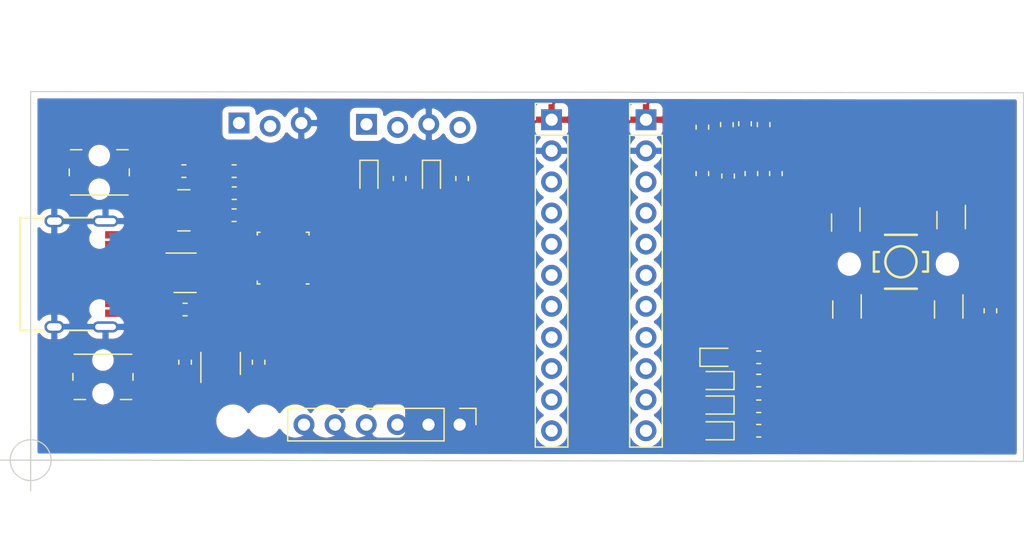
<source format=kicad_pcb>
(kicad_pcb (version 20171130) (host pcbnew "(5.1.4-0-10_14)")
  (title_block (title stm32_dev) (rev 0.1) (company "Roman and Josh"))
  (layers (0 F.Cu signal) (31 B.Cu signal) (34 B.Paste user) (35 F.Paste user) (36 B.SilkS user) (37 F.SilkS user) (38 B.Mask user) (39 F.Mask user) (44 Edge.Cuts user))
  (net 0 "")
  (net 1 VBUS)
  (net 2 GND)
  (net 3 /nRST)
  (net 4 +3V3)
  (net 5 /USR_LED)
  (net 6 "Net-(D1-Pad1)")
  (net 7 "Net-(D2-Pad1)")
  (net 8 "Net-(D3-Pad1)")
  (net 9 "Net-(D4-Pad1)")
  (net 10 "Net-(D5-Pad1)")
  (net 11 "Net-(D6-Pad1)")
  (net 12 "Net-(F1-Pad2)")
  (net 13 /USB+)
  (net 14 "Net-(J1-PadA5)")
  (net 15 /USB-)
  (net 16 "Net-(J1-PadB5)")
  (net 17 /SWDCLK)
  (net 18 /SWDIO)
  (net 19 /UART_TX)
  (net 20 /UART_RX)
  (net 21 /SPARE_5)
  (net 22 /SPARE_4)
  (net 23 /SPARE_3)
  (net 24 /SPARE_2)
  (net 25 /SPARE_1)
  (net 26 /nLED_BLU)
  (net 27 /nLED_RED)
  (net 28 /nLED_GRN)
  (net 29 /nLED_WHT)
  (net 30 /TB_DOWN)
  (net 31 /TB_UP)
  (net 32 /TB_RIGHT)
  (net 33 /TB_LEFT)
  (net 34 /nTB_BUTTON)
  (net 35 /BOOT0)
  (net 36 /USB_DM)
  (net 37 /USB_DP)
  (module Fiducial:Fiducial_0.75mm_Mask1.5mm (layer F.Cu) (at 155.1 114.1)
    (fp_text reference FID3 hide)
    (fp_text value Fiducial_0.75mm_Mask1.5mm)
    (pad "" smd circle (at 0 0) (size 0.75 0.75) (layers F.Cu F.Mask) (clearance 0.375))
  )
  (module Fiducial:Fiducial_0.75mm_Mask1.5mm (layer F.Cu) (at 78.4 87.6)
    (fp_text reference FID2 hide)
    (fp_text value Fiducial_0.75mm_Mask1.5mm)
    (pad "" smd circle (at 0 0) (size 0.75 0.75) (layers F.Cu F.Mask) (clearance 0.375))
  )
  (module Fiducial:Fiducial_0.75mm_Mask1.5mm (layer F.Cu) (at 78.4 114)
    (fp_text reference FID1 hide)
    (fp_text value Fiducial_0.75mm_Mask1.5mm)
    (pad "" smd circle (at 0 0) (size 0.75 0.75) (layers F.Cu F.Mask) (clearance 0.375))
  )
  (module Package_TO_SOT_SMD:SOT-353_SC-70-5 (layer F.Cu) (at 151.3 103.7 270)
    (fp_text reference U7 hide)
    (fp_text value AN48840B)
    (fp_line (start 0.7 -1.16) (end -1.2 -1.16) (layer F.SilkS) (width 0.12))
    (fp_line (start -0.7 1.16) (end 0.7 1.16) (layer F.SilkS) (width 0.12))
    (pad 5 smd rect (at 0.95 -0.65 270) (size 0.65 0.4) (layers F.Cu F.Paste F.Mask) (net 30 /TB_DOWN))
    (pad 4 smd rect (at 0.95 0.65 270) (size 0.65 0.4) (layers F.Cu F.Paste F.Mask) (net 4 +3V3))
    (pad 2 smd rect (at -0.95 0 270) (size 0.65 0.4) (layers F.Cu F.Paste F.Mask) (net 2 GND))
    (pad 3 smd rect (at -0.95 0.65 270) (size 0.65 0.4) (layers F.Cu F.Paste F.Mask))
    (pad 1 smd rect (at -0.95 -0.65 270) (size 0.65 0.4) (layers F.Cu F.Paste F.Mask))
  )
  (module Package_TO_SOT_SMD:SOT-353_SC-70-5 (layer F.Cu) (at 151.5 96.4 270)
    (fp_text reference U6 hide)
    (fp_text value AN48840B)
    (fp_line (start 0.7 -1.16) (end -1.2 -1.16) (layer F.SilkS) (width 0.12))
    (fp_line (start -0.7 1.16) (end 0.7 1.16) (layer F.SilkS) (width 0.12))
    (pad 5 smd rect (at 0.95 -0.65 270) (size 0.65 0.4) (layers F.Cu F.Paste F.Mask) (net 31 /TB_UP))
    (pad 4 smd rect (at 0.95 0.65 270) (size 0.65 0.4) (layers F.Cu F.Paste F.Mask) (net 4 +3V3))
    (pad 2 smd rect (at -0.95 0 270) (size 0.65 0.4) (layers F.Cu F.Paste F.Mask) (net 2 GND))
    (pad 3 smd rect (at -0.95 0.65 270) (size 0.65 0.4) (layers F.Cu F.Paste F.Mask))
    (pad 1 smd rect (at -0.95 -0.65 270) (size 0.65 0.4) (layers F.Cu F.Paste F.Mask))
  )
  (module Package_TO_SOT_SMD:SOT-353_SC-70-5 (layer F.Cu) (at 142.9 96.6 270)
    (fp_text reference U5 hide)
    (fp_text value AN48840B)
    (fp_line (start 0.7 -1.16) (end -1.2 -1.16) (layer F.SilkS) (width 0.12))
    (fp_line (start -0.7 1.16) (end 0.7 1.16) (layer F.SilkS) (width 0.12))
    (pad 5 smd rect (at 0.95 -0.65 270) (size 0.65 0.4) (layers F.Cu F.Paste F.Mask) (net 32 /TB_RIGHT))
    (pad 4 smd rect (at 0.95 0.65 270) (size 0.65 0.4) (layers F.Cu F.Paste F.Mask) (net 4 +3V3))
    (pad 2 smd rect (at -0.95 0 270) (size 0.65 0.4) (layers F.Cu F.Paste F.Mask) (net 2 GND))
    (pad 3 smd rect (at -0.95 0.65 270) (size 0.65 0.4) (layers F.Cu F.Paste F.Mask))
    (pad 1 smd rect (at -0.95 -0.65 270) (size 0.65 0.4) (layers F.Cu F.Paste F.Mask))
  )
  (module Package_TO_SOT_SMD:SOT-353_SC-70-5 (layer F.Cu) (at 143 103.7 270)
    (fp_text reference U4 hide)
    (fp_text value AN48840B)
    (fp_line (start 0.7 -1.16) (end -1.2 -1.16) (layer F.SilkS) (width 0.12))
    (fp_line (start -0.7 1.16) (end 0.7 1.16) (layer F.SilkS) (width 0.12))
    (pad 5 smd rect (at 0.95 -0.65 270) (size 0.65 0.4) (layers F.Cu F.Paste F.Mask) (net 33 /TB_LEFT))
    (pad 4 smd rect (at 0.95 0.65 270) (size 0.65 0.4) (layers F.Cu F.Paste F.Mask) (net 4 +3V3))
    (pad 2 smd rect (at -0.95 0 270) (size 0.65 0.4) (layers F.Cu F.Paste F.Mask) (net 2 GND))
    (pad 3 smd rect (at -0.95 0.65 270) (size 0.65 0.4) (layers F.Cu F.Paste F.Mask))
    (pad 1 smd rect (at -0.95 -0.65 270) (size 0.65 0.4) (layers F.Cu F.Paste F.Mask))
  )
  (module Package_DFN_QFN:QFN-28_4x4mm_P0.5mm (layer F.Cu) (at 97 99.5 180)
    (fp_text reference U3 hide)
    (fp_text value STM32F042G6Ux)
    (fp_line (start 1.885 -2.11) (end 2.11 -2.11) (layer F.SilkS) (width 0.12))
    (fp_line (start 2.11 -2.11) (end 2.11 -1.885) (layer F.SilkS) (width 0.12))
    (fp_line (start -1.885 2.11) (end -2.11 2.11) (layer F.SilkS) (width 0.12))
    (fp_line (start -2.11 2.11) (end -2.11 1.885) (layer F.SilkS) (width 0.12))
    (fp_line (start 1.885 2.11) (end 2.11 2.11) (layer F.SilkS) (width 0.12))
    (fp_line (start 2.11 2.11) (end 2.11 1.885) (layer F.SilkS) (width 0.12))
    (fp_line (start -1.885 -2.11) (end -2.11 -2.11) (layer F.SilkS) (width 0.12))
    (pad 28 smd custom (at -1.5 -1.9975 180) (size 0.136863 0.136863) (layers F.Cu F.Paste F.Mask) (net 20 /UART_RX) (options (clearance outline) (anchor circle)) (primitives (gr_poly (pts (xy -0.08 -0.3325) (xy 0.08 -0.3325) (xy 0.08 0.3325) (xy 0.05364 0.3325) (xy -0.08 0.19886)) (width 0.09))))
    (pad 27 smd roundrect (at -1 -1.9375 180) (size 0.25 0.875) (layers F.Cu F.Paste F.Mask) (net 19 /UART_TX))
    (pad 26 smd roundrect (at -0.5 -1.9375 180) (size 0.25 0.875) (layers F.Cu F.Paste F.Mask) (net 21 /SPARE_5))
    (pad 25 smd roundrect (at 0 -1.9375 180) (size 0.25 0.875) (layers F.Cu F.Paste F.Mask) (net 22 /SPARE_4))
    (pad 24 smd roundrect (at 0.5 -1.9375 180) (size 0.25 0.875) (layers F.Cu F.Paste F.Mask) (net 23 /SPARE_3))
    (pad 23 smd roundrect (at 1 -1.9375 180) (size 0.25 0.875) (layers F.Cu F.Paste F.Mask) (net 21 /SPARE_5))
    (pad 22 smd custom (at 1.5 -1.9975 180) (size 0.136863 0.136863) (layers F.Cu F.Paste F.Mask) (net 17 /SWDCLK) (options (clearance outline) (anchor circle)) (primitives (gr_poly (pts (xy -0.08 -0.3325) (xy 0.08 -0.3325) (xy 0.08 0.19886) (xy -0.05364 0.3325) (xy -0.08 0.3325)) (width 0.09))))
    (pad 21 smd custom (at 1.9975 -1.5 180) (size 0.136863 0.136863) (layers F.Cu F.Paste F.Mask) (net 18 /SWDIO) (options (clearance outline) (anchor circle)) (primitives (gr_poly (pts (xy -0.3325 0.05364) (xy -0.19886 -0.08) (xy 0.3325 -0.08) (xy 0.3325 0.08) (xy -0.3325 0.08)) (width 0.09))))
    (pad 20 smd roundrect (at 1.9375 -1 180) (size 0.875 0.25) (layers F.Cu F.Paste F.Mask) (net 37 /USB_DP))
    (pad 19 smd roundrect (at 1.9375 -0.5 180) (size 0.875 0.25) (layers F.Cu F.Paste F.Mask) (net 36 /USB_DM))
    (pad 18 smd roundrect (at 1.9375 0 180) (size 0.875 0.25) (layers F.Cu F.Paste F.Mask) (net 4 +3V3))
    (pad 17 smd roundrect (at 1.9375 0.5 180) (size 0.875 0.25) (layers F.Cu F.Paste F.Mask) (net 4 +3V3))
    (pad 16 smd roundrect (at 1.9375 1 180) (size 0.875 0.25) (layers F.Cu F.Paste F.Mask) (net 2 GND))
    (pad 15 smd custom (at 1.9975 1.5 180) (size 0.136863 0.136863) (layers F.Cu F.Paste F.Mask) (net 5 /USR_LED) (options (clearance outline) (anchor circle)) (primitives (gr_poly (pts (xy -0.3325 -0.08) (xy 0.3325 -0.08) (xy 0.3325 0.08) (xy -0.19886 0.08) (xy -0.3325 -0.05364)) (width 0.09))))
    (pad 14 smd custom (at 1.5 1.9975 180) (size 0.136863 0.136863) (layers F.Cu F.Paste F.Mask) (net 34 /nTB_BUTTON) (options (clearance outline) (anchor circle)) (primitives (gr_poly (pts (xy -0.08 -0.3325) (xy -0.05364 -0.3325) (xy 0.08 -0.19886) (xy 0.08 0.3325) (xy -0.08 0.3325)) (width 0.09))))
    (pad 13 smd roundrect (at 1 1.9375 180) (size 0.25 0.875) (layers F.Cu F.Paste F.Mask) (net 30 /TB_DOWN))
    (pad 12 smd roundrect (at 0.5 1.9375 180) (size 0.25 0.875) (layers F.Cu F.Paste F.Mask) (net 31 /TB_UP))
    (pad 11 smd roundrect (at 0 1.9375 180) (size 0.25 0.875) (layers F.Cu F.Paste F.Mask) (net 32 /TB_RIGHT))
    (pad 10 smd roundrect (at -0.5 1.9375 180) (size 0.25 0.875) (layers F.Cu F.Paste F.Mask) (net 33 /TB_LEFT))
    (pad 9 smd roundrect (at -1 1.9375 180) (size 0.25 0.875) (layers F.Cu F.Paste F.Mask) (net 29 /nLED_WHT))
    (pad 8 smd custom (at -1.5 1.9975 180) (size 0.136863 0.136863) (layers F.Cu F.Paste F.Mask) (net 26 /nLED_BLU) (options (clearance outline) (anchor circle)) (primitives (gr_poly (pts (xy -0.08 -0.19886) (xy 0.05364 -0.3325) (xy 0.08 -0.3325) (xy 0.08 0.3325) (xy -0.08 0.3325)) (width 0.09))))
    (pad 7 smd custom (at -1.9975 1.5 180) (size 0.136863 0.136863) (layers F.Cu F.Paste F.Mask) (net 28 /nLED_GRN) (options (clearance outline) (anchor circle)) (primitives (gr_poly (pts (xy -0.3325 -0.08) (xy 0.3325 -0.08) (xy 0.3325 -0.05364) (xy 0.19886 0.08) (xy -0.3325 0.08)) (width 0.09))))
    (pad 6 smd roundrect (at -1.9375 1 180) (size 0.875 0.25) (layers F.Cu F.Paste F.Mask) (net 27 /nLED_RED))
    (pad 5 smd roundrect (at -1.9375 0.5 180) (size 0.875 0.25) (layers F.Cu F.Paste F.Mask) (net 4 +3V3))
    (pad 4 smd roundrect (at -1.9375 0 180) (size 0.875 0.25) (layers F.Cu F.Paste F.Mask) (net 3 /nRST))
    (pad 3 smd roundrect (at -1.9375 -0.5 180) (size 0.875 0.25) (layers F.Cu F.Paste F.Mask) (net 24 /SPARE_2))
    (pad 2 smd roundrect (at -1.9375 -1 180) (size 0.875 0.25) (layers F.Cu F.Paste F.Mask) (net 25 /SPARE_1))
    (pad 1 smd custom (at -1.9975 -1.5 180) (size 0.136863 0.136863) (layers F.Cu F.Paste F.Mask) (net 35 /BOOT0) (options (clearance outline) (anchor circle)) (primitives (gr_poly (pts (xy -0.3325 -0.08) (xy 0.19886 -0.08) (xy 0.3325 0.05364) (xy 0.3325 0.08) (xy -0.3325 0.08)) (width 0.09))))
  )
  (module Package_TO_SOT_SMD:SOT-23-6 (layer F.Cu) (at 89 100.7)
    (fp_text reference U2 hide)
    (fp_text value USBLC6-2SC6)
    (fp_line (start -0.9 1.61) (end 0.9 1.61) (layer F.SilkS) (width 0.12))
    (fp_line (start 0.9 -1.61) (end -1.55 -1.61) (layer F.SilkS) (width 0.12))
    (pad 5 smd rect (at 1.1 0) (size 1.06 0.65) (layers F.Cu F.Paste F.Mask) (net 12 "Net-(F1-Pad2)"))
    (pad 6 smd rect (at 1.1 -0.95) (size 1.06 0.65) (layers F.Cu F.Paste F.Mask) (net 36 /USB_DM))
    (pad 4 smd rect (at 1.1 0.95) (size 1.06 0.65) (layers F.Cu F.Paste F.Mask) (net 37 /USB_DP))
    (pad 3 smd rect (at -1.1 0.95) (size 1.06 0.65) (layers F.Cu F.Paste F.Mask) (net 13 /USB+))
    (pad 2 smd rect (at -1.1 0) (size 1.06 0.65) (layers F.Cu F.Paste F.Mask) (net 2 GND))
    (pad 1 smd rect (at -1.1 -0.95) (size 1.06 0.65) (layers F.Cu F.Paste F.Mask) (net 15 /USB-))
  )
  (module Package_TO_SOT_SMD:SOT-23-5 (layer F.Cu) (at 91.9 108.1 90)
    (fp_text reference U1 hide)
    (fp_text value AP2112K-3.3)
    (fp_line (start -0.9 1.61) (end 0.9 1.61) (layer F.SilkS) (width 0.12))
    (fp_line (start 0.9 -1.61) (end -1.55 -1.61) (layer F.SilkS) (width 0.12))
    (pad 5 smd rect (at 1.1 -0.95 90) (size 1.06 0.65) (layers F.Cu F.Paste F.Mask) (net 4 +3V3))
    (pad 4 smd rect (at 1.1 0.95 90) (size 1.06 0.65) (layers F.Cu F.Paste F.Mask))
    (pad 3 smd rect (at -1.1 0.95 90) (size 1.06 0.65) (layers F.Cu F.Paste F.Mask) (net 1 VBUS))
    (pad 2 smd rect (at -1.1 0 90) (size 1.06 0.65) (layers F.Cu F.Paste F.Mask) (net 2 GND))
    (pad 1 smd rect (at -1.1 -0.95 90) (size 1.06 0.65) (layers F.Cu F.Paste F.Mask) (net 1 VBUS))
  )
  (module josh-keyboard:TRACKBALL (layer F.Cu) (at 147.1885 99.9885)
    (fp_text reference T1 hide)
    (fp_text value Trackball hide)
    (pad "" np_thru_hole circle (at 4 0) (size 0.9 0.9) (drill 0.9) (layers *.Cu *.Mask))
    (pad "" np_thru_hole circle (at -4 0) (size 0.9 0.9) (drill 0.9) (layers *.Cu *.Mask))
  )
  (module josh-keyboard:Trackball_Tactile_Switch (layer F.Cu) (at 147.4 99.8)
    (fp_text reference SW3 hide)
    (fp_text value SW_Push hide)
    (fp_line (start -2.2 -0.8) (end -2.2 0.8) (layer F.SilkS) (width 0.2032))
    (fp_line (start 1.3 -2.2) (end -1.3 -2.2) (layer F.SilkS) (width 0.2032))
    (fp_line (start 2.2 0.8) (end 2.2 -0.8) (layer F.SilkS) (width 0.2032))
    (fp_line (start -1.3 2.2) (end 1.3 2.2) (layer F.SilkS) (width 0.2032))
    (fp_line (start 2.2 -0.8) (end 1.8 -0.8) (layer F.SilkS) (width 0.2032))
    (fp_line (start 2.2 0.8) (end 1.8 0.8) (layer F.SilkS) (width 0.2032))
    (fp_line (start -1.8 -0.8) (end -2.2 -0.8) (layer F.SilkS) (width 0.2032))
    (fp_line (start -1.8 0.8) (end -2.2 0.8) (layer F.SilkS) (width 0.2032))
    (fp_circle (center 0 0) (end 1.27 0) (layer F.SilkS) (width 0.2032))
    (pad 4 smd rect (at -2.225 -1.75 90) (size 1.1 0.7) (layers F.Cu F.Paste F.Mask))
    (pad 3 smd rect (at -2.225 1.75 90) (size 1.1 0.7) (layers F.Cu F.Paste F.Mask))
    (pad 2 smd rect (at 2.225 1.75 90) (size 1.1 0.7) (layers F.Cu F.Paste F.Mask) (net 34 /nTB_BUTTON))
    (pad 1 smd rect (at 2.225 -1.75 90) (size 1.1 0.7) (layers F.Cu F.Paste F.Mask) (net 2 GND))
  )
  (module josh-buttons-switches:Panasonic_EVQPUL_EVQPUC (layer F.Cu) (at 82.3 109.2 180)
    (fp_text reference SW2 hide)
    (fp_text value SIDE)
    (fp_line (start 2.35 -1.85) (end 1.425 -1.85) (layer F.SilkS) (width 0.12))
    (fp_line (start 2.35 1.85) (end -2.35 1.85) (layer F.SilkS) (width 0.12))
    (fp_line (start -2.45 0.275) (end -2.45 -0.275) (layer F.SilkS) (width 0.12))
    (fp_line (start 2.45 0.275) (end 2.45 -0.275) (layer F.SilkS) (width 0.12))
    (fp_line (start -1.425 -1.85) (end -2.35 -1.85) (layer F.SilkS) (width 0.12))
    (pad "" np_thru_hole circle (at 0 -1.375) (size 0.75 0.75) (drill 0.75) (layers *.Cu *.Mask))
    (pad "" np_thru_hole circle (at 0 1.375) (size 0.75 0.75) (drill 0.75) (layers *.Cu *.Mask))
    (pad 1 smd rect (at 2.625 -0.85) (size 1.55 1) (layers F.Cu F.Paste F.Mask) (net 2 GND))
    (pad 1 smd rect (at -2.625 -0.85) (size 1.55 1) (layers F.Cu F.Paste F.Mask) (net 2 GND))
    (pad 2 smd rect (at -2.625 0.85) (size 1.55 1) (layers F.Cu F.Paste F.Mask) (net 3 /nRST))
    (pad 2 smd rect (at 2.625 0.85) (size 1.55 1) (layers F.Cu F.Paste F.Mask) (net 3 /nRST))
  )
  (module josh-buttons-switches:Panasonic_EVQPUL_EVQPUC (layer F.Cu) (at 82 92.5)
    (fp_text reference SW1 hide)
    (fp_text value SIDE)
    (fp_line (start 2.35 -1.85) (end 1.425 -1.85) (layer F.SilkS) (width 0.12))
    (fp_line (start 2.35 1.85) (end -2.35 1.85) (layer F.SilkS) (width 0.12))
    (fp_line (start -2.45 0.275) (end -2.45 -0.275) (layer F.SilkS) (width 0.12))
    (fp_line (start 2.45 0.275) (end 2.45 -0.275) (layer F.SilkS) (width 0.12))
    (fp_line (start -1.425 -1.85) (end -2.35 -1.85) (layer F.SilkS) (width 0.12))
    (pad "" np_thru_hole circle (at 0 -1.375 180) (size 0.75 0.75) (drill 0.75) (layers *.Cu *.Mask))
    (pad "" np_thru_hole circle (at 0 1.375 180) (size 0.75 0.75) (drill 0.75) (layers *.Cu *.Mask))
    (pad 1 smd rect (at 2.625 -0.85 180) (size 1.55 1) (layers F.Cu F.Paste F.Mask) (net 35 /BOOT0))
    (pad 1 smd rect (at -2.625 -0.85 180) (size 1.55 1) (layers F.Cu F.Paste F.Mask) (net 35 /BOOT0))
    (pad 2 smd rect (at -2.625 0.85 180) (size 1.55 1) (layers F.Cu F.Paste F.Mask) (net 4 +3V3))
    (pad 2 smd rect (at 2.625 0.85 180) (size 1.55 1) (layers F.Cu F.Paste F.Mask) (net 4 +3V3))
  )
  (module Resistor_SMD:R_Array_Convex_4x0603 (layer F.Cu) (at 88.9 95.6)
    (fp_text reference RN1 hide)
    (fp_text value 5K1)
    (fp_line (start 0.5 1.68) (end -0.5 1.68) (layer F.SilkS) (width 0.12))
    (fp_line (start 0.5 -1.68) (end -0.5 -1.68) (layer F.SilkS) (width 0.12))
    (pad 5 smd rect (at 0.9 1.2) (size 0.8 0.5) (layers F.Cu F.Paste F.Mask) (net 14 "Net-(J1-PadA5)"))
    (pad 6 smd rect (at 0.9 0.4) (size 0.8 0.4) (layers F.Cu F.Paste F.Mask) (net 16 "Net-(J1-PadB5)"))
    (pad 8 smd rect (at 0.9 -1.2) (size 0.8 0.5) (layers F.Cu F.Paste F.Mask) (net 3 /nRST))
    (pad 7 smd rect (at 0.9 -0.4) (size 0.8 0.4) (layers F.Cu F.Paste F.Mask) (net 35 /BOOT0))
    (pad 4 smd rect (at -0.9 1.2) (size 0.8 0.5) (layers F.Cu F.Paste F.Mask) (net 2 GND))
    (pad 2 smd rect (at -0.9 -0.4) (size 0.8 0.4) (layers F.Cu F.Paste F.Mask) (net 2 GND))
    (pad 3 smd rect (at -0.9 0.4) (size 0.8 0.4) (layers F.Cu F.Paste F.Mask) (net 2 GND))
    (pad 1 smd rect (at -0.9 -1.2) (size 0.8 0.5) (layers F.Cu F.Paste F.Mask) (net 4 +3V3))
  )
  (module Resistor_SMD:R_0603_1608Metric (layer F.Cu) (at 154.7 103.8 90)
    (fp_text reference R11 hide)
    (fp_text value 10K)
    (fp_line (start -0.162779 -0.51) (end 0.162779 -0.51) (layer F.SilkS) (width 0.12))
    (fp_line (start -0.162779 0.51) (end 0.162779 0.51) (layer F.SilkS) (width 0.12))
    (pad 2 smd roundrect (at 0.7875 0 90) (size 0.875 0.95) (layers F.Cu F.Paste F.Mask) (net 34 /nTB_BUTTON))
    (pad 1 smd roundrect (at -0.7875 0 90) (size 0.875 0.95) (layers F.Cu F.Paste F.Mask) (net 4 +3V3))
  )
  (module Resistor_SMD:R_0603_1608Metric (layer F.Cu) (at 135.8 107.6)
    (fp_text reference R10 hide)
    (fp_text value 220R)
    (fp_line (start -0.162779 -0.51) (end 0.162779 -0.51) (layer F.SilkS) (width 0.12))
    (fp_line (start -0.162779 0.51) (end 0.162779 0.51) (layer F.SilkS) (width 0.12))
    (pad 2 smd roundrect (at 0.7875 0) (size 0.875 0.95) (layers F.Cu F.Paste F.Mask) (net 29 /nLED_WHT))
    (pad 1 smd roundrect (at -0.7875 0) (size 0.875 0.95) (layers F.Cu F.Paste F.Mask) (net 11 "Net-(D6-Pad1)"))
  )
  (module Resistor_SMD:R_0603_1608Metric (layer F.Cu) (at 135.8 109.5 180)
    (fp_text reference R9 hide)
    (fp_text value 220R)
    (fp_line (start -0.162779 -0.51) (end 0.162779 -0.51) (layer F.SilkS) (width 0.12))
    (fp_line (start -0.162779 0.51) (end 0.162779 0.51) (layer F.SilkS) (width 0.12))
    (pad 2 smd roundrect (at 0.7875 0 180) (size 0.875 0.95) (layers F.Cu F.Paste F.Mask) (net 28 /nLED_GRN))
    (pad 1 smd roundrect (at -0.7875 0 180) (size 0.875 0.95) (layers F.Cu F.Paste F.Mask) (net 10 "Net-(D5-Pad1)"))
  )
  (module Resistor_SMD:R_0603_1608Metric (layer F.Cu) (at 135.8 111.6 180)
    (fp_text reference R8 hide)
    (fp_text value 220R)
    (fp_line (start -0.162779 -0.51) (end 0.162779 -0.51) (layer F.SilkS) (width 0.12))
    (fp_line (start -0.162779 0.51) (end 0.162779 0.51) (layer F.SilkS) (width 0.12))
    (pad 2 smd roundrect (at 0.7875 0 180) (size 0.875 0.95) (layers F.Cu F.Paste F.Mask) (net 27 /nLED_RED))
    (pad 1 smd roundrect (at -0.7875 0 180) (size 0.875 0.95) (layers F.Cu F.Paste F.Mask) (net 9 "Net-(D4-Pad1)"))
  )
  (module Resistor_SMD:R_0603_1608Metric (layer F.Cu) (at 135.8 113.6)
    (fp_text reference R7 hide)
    (fp_text value 220R)
    (fp_line (start -0.162779 -0.51) (end 0.162779 -0.51) (layer F.SilkS) (width 0.12))
    (fp_line (start -0.162779 0.51) (end 0.162779 0.51) (layer F.SilkS) (width 0.12))
    (pad 2 smd roundrect (at 0.7875 0) (size 0.875 0.95) (layers F.Cu F.Paste F.Mask) (net 26 /nLED_BLU))
    (pad 1 smd roundrect (at -0.7875 0) (size 0.875 0.95) (layers F.Cu F.Paste F.Mask) (net 8 "Net-(D3-Pad1)"))
  )
  (module Resistor_SMD:R_0603_1608Metric (layer F.Cu) (at 131.2 92.6 270)
    (fp_text reference R6 hide)
    (fp_text value 10K)
    (fp_line (start -0.162779 -0.51) (end 0.162779 -0.51) (layer F.SilkS) (width 0.12))
    (fp_line (start -0.162779 0.51) (end 0.162779 0.51) (layer F.SilkS) (width 0.12))
    (pad 2 smd roundrect (at 0.7875 0 270) (size 0.875 0.95) (layers F.Cu F.Paste F.Mask) (net 30 /TB_DOWN))
    (pad 1 smd roundrect (at -0.7875 0 270) (size 0.875 0.95) (layers F.Cu F.Paste F.Mask) (net 4 +3V3))
  )
  (module Resistor_SMD:R_0603_1608Metric (layer F.Cu) (at 133.3 92.8 270)
    (fp_text reference R5 hide)
    (fp_text value 10K)
    (fp_line (start -0.162779 -0.51) (end 0.162779 -0.51) (layer F.SilkS) (width 0.12))
    (fp_line (start -0.162779 0.51) (end 0.162779 0.51) (layer F.SilkS) (width 0.12))
    (pad 2 smd roundrect (at 0.7875 0 270) (size 0.875 0.95) (layers F.Cu F.Paste F.Mask) (net 31 /TB_UP))
    (pad 1 smd roundrect (at -0.7875 0 270) (size 0.875 0.95) (layers F.Cu F.Paste F.Mask) (net 4 +3V3))
  )
  (module Resistor_SMD:R_0603_1608Metric (layer F.Cu) (at 135.2 92.6 270)
    (fp_text reference R4 hide)
    (fp_text value 10K)
    (fp_line (start -0.162779 -0.51) (end 0.162779 -0.51) (layer F.SilkS) (width 0.12))
    (fp_line (start -0.162779 0.51) (end 0.162779 0.51) (layer F.SilkS) (width 0.12))
    (pad 2 smd roundrect (at 0.7875 0 270) (size 0.875 0.95) (layers F.Cu F.Paste F.Mask) (net 32 /TB_RIGHT))
    (pad 1 smd roundrect (at -0.7875 0 270) (size 0.875 0.95) (layers F.Cu F.Paste F.Mask) (net 4 +3V3))
  )
  (module Resistor_SMD:R_0603_1608Metric (layer F.Cu) (at 137.2 92.6 270)
    (fp_text reference R3 hide)
    (fp_text value 10K)
    (fp_line (start -0.162779 -0.51) (end 0.162779 -0.51) (layer F.SilkS) (width 0.12))
    (fp_line (start -0.162779 0.51) (end 0.162779 0.51) (layer F.SilkS) (width 0.12))
    (pad 2 smd roundrect (at 0.7875 0 270) (size 0.875 0.95) (layers F.Cu F.Paste F.Mask) (net 33 /TB_LEFT))
    (pad 1 smd roundrect (at -0.7875 0 270) (size 0.875 0.95) (layers F.Cu F.Paste F.Mask) (net 4 +3V3))
  )
  (module Resistor_SMD:R_0603_1608Metric (layer F.Cu) (at 111.6 93 270)
    (fp_text reference R2 hide)
    (fp_text value 2K2)
    (fp_line (start -0.162779 -0.51) (end 0.162779 -0.51) (layer F.SilkS) (width 0.12))
    (fp_line (start -0.162779 0.51) (end 0.162779 0.51) (layer F.SilkS) (width 0.12))
    (pad 2 smd roundrect (at 0.7875 0 270) (size 0.875 0.95) (layers F.Cu F.Paste F.Mask) (net 2 GND))
    (pad 1 smd roundrect (at -0.7875 0 270) (size 0.875 0.95) (layers F.Cu F.Paste F.Mask) (net 7 "Net-(D2-Pad1)"))
  )
  (module Resistor_SMD:R_0603_1608Metric (layer F.Cu) (at 106.5 93 90)
    (fp_text reference R1 hide)
    (fp_text value 2K2)
    (fp_line (start -0.162779 -0.51) (end 0.162779 -0.51) (layer F.SilkS) (width 0.12))
    (fp_line (start -0.162779 0.51) (end 0.162779 0.51) (layer F.SilkS) (width 0.12))
    (pad 2 smd roundrect (at 0.7875 0 90) (size 0.875 0.95) (layers F.Cu F.Paste F.Mask) (net 2 GND))
    (pad 1 smd roundrect (at -0.7875 0 90) (size 0.875 0.95) (layers F.Cu F.Paste F.Mask) (net 6 "Net-(D1-Pad1)"))
  )
  (module Connector_PinHeader_2.54mm:PinHeader_1x11_P2.54mm_Vertical (layer F.Cu) (at 126.6 88.2)
    (fp_text reference J6 hide)
    (fp_text value Breakout)
    (fp_line (start -1.33 26.73) (end 1.33 26.73) (layer F.SilkS) (width 0.12))
    (fp_line (start -1.33 1.27) (end -1.33 26.73) (layer F.SilkS) (width 0.12))
    (fp_line (start 1.33 1.27) (end 1.33 26.73) (layer F.SilkS) (width 0.12))
    (fp_line (start -1.33 1.27) (end 1.33 1.27) (layer F.SilkS) (width 0.12))
    (fp_line (start -1.33 0) (end -1.33 -1.33) (layer F.SilkS) (width 0.12))
    (fp_line (start -1.33 -1.33) (end 0 -1.33) (layer F.SilkS) (width 0.12))
    (pad 11 thru_hole oval (at 0 25.4) (size 1.7 1.7) (drill 1) (layers *.Cu *.Mask) (net 26 /nLED_BLU))
    (pad 10 thru_hole oval (at 0 22.86) (size 1.7 1.7) (drill 1) (layers *.Cu *.Mask) (net 27 /nLED_RED))
    (pad 9 thru_hole oval (at 0 20.32) (size 1.7 1.7) (drill 1) (layers *.Cu *.Mask) (net 28 /nLED_GRN))
    (pad 8 thru_hole oval (at 0 17.78) (size 1.7 1.7) (drill 1) (layers *.Cu *.Mask) (net 29 /nLED_WHT))
    (pad 7 thru_hole oval (at 0 15.24) (size 1.7 1.7) (drill 1) (layers *.Cu *.Mask) (net 30 /TB_DOWN))
    (pad 6 thru_hole oval (at 0 12.7) (size 1.7 1.7) (drill 1) (layers *.Cu *.Mask) (net 31 /TB_UP))
    (pad 5 thru_hole oval (at 0 10.16) (size 1.7 1.7) (drill 1) (layers *.Cu *.Mask) (net 32 /TB_RIGHT))
    (pad 4 thru_hole oval (at 0 7.62) (size 1.7 1.7) (drill 1) (layers *.Cu *.Mask) (net 33 /TB_LEFT))
    (pad 3 thru_hole oval (at 0 5.08) (size 1.7 1.7) (drill 1) (layers *.Cu *.Mask) (net 34 /nTB_BUTTON))
    (pad 2 thru_hole oval (at 0 2.54) (size 1.7 1.7) (drill 1) (layers *.Cu *.Mask) (net 2 GND))
    (pad 1 thru_hole rect (at 0 0) (size 1.7 1.7) (drill 1) (layers *.Cu *.Mask) (net 4 +3V3))
  )
  (module Connector_PinHeader_2.54mm:PinHeader_1x11_P2.54mm_Vertical (layer F.Cu) (at 118.9 88.2)
    (fp_text reference J5 hide)
    (fp_text value Breakout)
    (fp_line (start -1.33 26.73) (end 1.33 26.73) (layer F.SilkS) (width 0.12))
    (fp_line (start -1.33 1.27) (end -1.33 26.73) (layer F.SilkS) (width 0.12))
    (fp_line (start 1.33 1.27) (end 1.33 26.73) (layer F.SilkS) (width 0.12))
    (fp_line (start -1.33 1.27) (end 1.33 1.27) (layer F.SilkS) (width 0.12))
    (fp_line (start -1.33 0) (end -1.33 -1.33) (layer F.SilkS) (width 0.12))
    (fp_line (start -1.33 -1.33) (end 0 -1.33) (layer F.SilkS) (width 0.12))
    (pad 11 thru_hole oval (at 0 25.4) (size 1.7 1.7) (drill 1) (layers *.Cu *.Mask) (net 26 /nLED_BLU))
    (pad 10 thru_hole oval (at 0 22.86) (size 1.7 1.7) (drill 1) (layers *.Cu *.Mask) (net 27 /nLED_RED))
    (pad 9 thru_hole oval (at 0 20.32) (size 1.7 1.7) (drill 1) (layers *.Cu *.Mask) (net 28 /nLED_GRN))
    (pad 8 thru_hole oval (at 0 17.78) (size 1.7 1.7) (drill 1) (layers *.Cu *.Mask) (net 29 /nLED_WHT))
    (pad 7 thru_hole oval (at 0 15.24) (size 1.7 1.7) (drill 1) (layers *.Cu *.Mask) (net 30 /TB_DOWN))
    (pad 6 thru_hole oval (at 0 12.7) (size 1.7 1.7) (drill 1) (layers *.Cu *.Mask) (net 31 /TB_UP))
    (pad 5 thru_hole oval (at 0 10.16) (size 1.7 1.7) (drill 1) (layers *.Cu *.Mask) (net 32 /TB_RIGHT))
    (pad 4 thru_hole oval (at 0 7.62) (size 1.7 1.7) (drill 1) (layers *.Cu *.Mask) (net 33 /TB_LEFT))
    (pad 3 thru_hole oval (at 0 5.08) (size 1.7 1.7) (drill 1) (layers *.Cu *.Mask) (net 34 /nTB_BUTTON))
    (pad 2 thru_hole oval (at 0 2.54) (size 1.7 1.7) (drill 1) (layers *.Cu *.Mask) (net 2 GND))
    (pad 1 thru_hole rect (at 0 0) (size 1.7 1.7) (drill 1) (layers *.Cu *.Mask) (net 4 +3V3))
  )
  (module Connector_PinHeader_2.54mm:PinHeader_1x06_P2.54mm_Vertical (layer F.Cu) (at 111.4 113.1 270)
    (fp_text reference J4 hide)
    (fp_text value Spare)
    (fp_line (start -1.33 14.03) (end 1.33 14.03) (layer F.SilkS) (width 0.12))
    (fp_line (start -1.33 1.27) (end -1.33 14.03) (layer F.SilkS) (width 0.12))
    (fp_line (start 1.33 1.27) (end 1.33 14.03) (layer F.SilkS) (width 0.12))
    (fp_line (start -1.33 1.27) (end 1.33 1.27) (layer F.SilkS) (width 0.12))
    (fp_line (start -1.33 0) (end -1.33 -1.33) (layer F.SilkS) (width 0.12))
    (fp_line (start -1.33 -1.33) (end 0 -1.33) (layer F.SilkS) (width 0.12))
    (pad 6 thru_hole oval (at 0 12.7 270) (size 1.7 1.7) (drill 1) (layers *.Cu *.Mask))
    (pad 5 thru_hole oval (at 0 10.16 270) (size 1.7 1.7) (drill 1) (layers *.Cu *.Mask) (net 21 /SPARE_5))
    (pad 4 thru_hole oval (at 0 7.62 270) (size 1.7 1.7) (drill 1) (layers *.Cu *.Mask) (net 22 /SPARE_4))
    (pad 3 thru_hole oval (at 0 5.08 270) (size 1.7 1.7) (drill 1) (layers *.Cu *.Mask) (net 23 /SPARE_3))
    (pad 2 thru_hole oval (at 0 2.54 270) (size 1.7 1.7) (drill 1) (layers *.Cu *.Mask) (net 24 /SPARE_2))
    (pad 1 thru_hole rect (at 0 0 270) (size 1.7 1.7) (drill 1) (layers *.Cu *.Mask) (net 25 /SPARE_1))
  )
  (module josh-connectors:STM_3_PIN_THT_Staggered (layer F.Cu) (at 93.4 88.6 90)
    (fp_text reference J3 hide)
    (fp_text value UART)
    (pad 3 thru_hole oval (at 0.127 5.08 90) (size 1.7 1.7) (drill 1) (layers *.Cu *.Mask) (net 2 GND))
    (pad 2 thru_hole oval (at -0.127 2.54 90) (size 1.7 1.7) (drill 1) (layers *.Cu *.Mask) (net 19 /UART_TX))
    (pad 1 thru_hole rect (at 0.127 0 90) (size 1.7 1.7) (drill 1) (layers *.Cu *.Mask) (net 20 /UART_RX))
  )
  (module josh-connectors:STM_4_PIN_THT_Staggered (layer F.Cu) (at 103.8 88.7 90)
    (fp_text reference J2 hide)
    (fp_text value SWD)
    (pad 4 thru_hole oval (at -0.127 7.62 90) (size 1.7 1.7) (drill 1) (layers *.Cu *.Mask) (net 17 /SWDCLK))
    (pad 3 thru_hole oval (at 0.127 5.08 90) (size 1.7 1.7) (drill 1) (layers *.Cu *.Mask) (net 2 GND))
    (pad 2 thru_hole oval (at -0.127 2.54 90) (size 1.7 1.7) (drill 1) (layers *.Cu *.Mask) (net 18 /SWDIO))
    (pad 1 thru_hole rect (at 0.127 0 90) (size 1.7 1.7) (drill 1) (layers *.Cu *.Mask) (net 3 /nRST))
  )
  (module josh-connectors:USB_C_U262-161N-4BVC11 (layer F.Cu) (at 80.2 100.8 270)
    (fp_text reference J1 hide)
    (fp_text value USB_C_Receptacle_USB2.0)
    (fp_line (start 4.6 4.65) (end -4.6 4.65) (layer F.SilkS) (width 0.15))
    (fp_line (start -4.6 4.65) (end -4.6 2.7) (layer F.SilkS) (width 0.15))
    (fp_line (start -4.6 1.05) (end -4.6 -1.25) (layer F.SilkS) (width 0.15))
    (fp_line (start 4.6 4.65) (end 4.6 2.7) (layer F.SilkS) (width 0.15))
    (fp_line (start 4.6 1.05) (end 4.6 -1.25) (layer F.SilkS) (width 0.15))
    (pad A12 smd rect (at 3.35 -3.15 270) (size 0.3 1.75) (layers F.Cu F.Paste F.Mask) (net 2 GND) (clearance 0.01))
    (pad B1 smd rect (at 3.05 -3.15 270) (size 0.3 1.75) (layers F.Cu F.Paste F.Mask) (net 2 GND) (clearance 0.01))
    (pad B4 smd rect (at 2.25 -3.15 270) (size 0.3 1.75) (layers F.Cu F.Paste F.Mask) (net 12 "Net-(F1-Pad2)") (clearance 0.01))
    (pad A9 smd rect (at 2.55 -3.15 270) (size 0.3 1.75) (layers F.Cu F.Paste F.Mask) (net 12 "Net-(F1-Pad2)") (clearance 0.01))
    (pad B9 smd rect (at -2.25 -3.15 270) (size 0.3 1.75) (layers F.Cu F.Paste F.Mask) (net 12 "Net-(F1-Pad2)") (clearance 0.01))
    (pad A4 smd rect (at -2.55 -3.15 270) (size 0.3 1.75) (layers F.Cu F.Paste F.Mask) (net 12 "Net-(F1-Pad2)") (clearance 0.01))
    (pad B12 smd rect (at -3.05 -3.15 270) (size 0.3 1.75) (layers F.Cu F.Paste F.Mask) (net 2 GND) (clearance 0.01))
    (pad A1 smd rect (at -3.35 -3.15 270) (size 0.3 1.75) (layers F.Cu F.Paste F.Mask) (net 2 GND) (clearance 0.01))
    (pad A6 smd rect (at -0.25 -3.15 270) (size 0.3 1.75) (layers F.Cu F.Paste F.Mask) (net 13 /USB+))
    (pad A5 smd rect (at -1.25 -3.15 270) (size 0.3 1.75) (layers F.Cu F.Paste F.Mask) (net 14 "Net-(J1-PadA5)"))
    (pad B8 smd rect (at -1.75 -3.15 270) (size 0.3 1.75) (layers F.Cu F.Paste F.Mask))
    (pad B7 smd rect (at -0.75 -3.15 270) (size 0.3 1.75) (layers F.Cu F.Paste F.Mask) (net 15 /USB-))
    (pad B5 smd rect (at 1.75 -3.15 270) (size 0.3 1.75) (layers F.Cu F.Paste F.Mask) (net 16 "Net-(J1-PadB5)"))
    (pad A8 smd rect (at 1.25 -3.15 270) (size 0.3 1.75) (layers F.Cu F.Paste F.Mask))
    (pad B6 smd rect (at 0.75 -3.15 270) (size 0.3 1.75) (layers F.Cu F.Paste F.Mask) (net 13 /USB+))
    (pad A7 smd rect (at 0.25 -3.15 270) (size 0.3 1.75) (layers F.Cu F.Paste F.Mask) (net 15 /USB-))
    (pad "" np_thru_hole circle (at 2.89 -1.81 270) (size 0.65 0.65) (drill 0.65) (layers *.Cu *.Mask) (clearance 0.01))
    (pad "" np_thru_hole circle (at -2.89 -1.81 270) (size 0.65 0.65) (drill 0.65) (layers *.Cu *.Mask) (clearance 0.01))
    (pad S1 thru_hole oval (at 4.32 -2.31 270) (size 0.9 2.1) (drill oval 0.5 1.7) (layers *.Cu *.Mask F.Paste) (net 2 GND))
    (pad S1 thru_hole oval (at -4.32 -2.31 270) (size 0.9 2.1) (drill oval 0.5 1.7) (layers *.Cu *.Mask F.Paste) (net 2 GND))
    (pad S1 thru_hole oval (at 4.32 1.87 270) (size 1 1.6) (drill oval 0.6 1.2) (layers *.Cu *.Mask F.Paste) (net 2 GND))
    (pad S1 thru_hole oval (at -4.32 1.87 270) (size 1 1.6) (drill oval 0.6 1.2) (layers *.Cu *.Mask F.Paste) (net 2 GND))
  )
  (module josh-passives-smt:Fuse_0603_1608Metric (layer F.Cu) (at 89 103.7 180)
    (fp_text reference F1 hide)
    (fp_text value 500mA)
    (fp_line (start -0.162779 -0.51) (end 0.162779 -0.51) (layer F.SilkS) (width 0.12))
    (fp_line (start -0.162779 0.51) (end 0.162779 0.51) (layer F.SilkS) (width 0.12))
    (pad 2 smd roundrect (at 0.7875 0 180) (size 0.875 0.95) (layers F.Cu F.Paste F.Mask) (net 12 "Net-(F1-Pad2)"))
    (pad 1 smd roundrect (at -0.7875 0 180) (size 0.875 0.95) (layers F.Cu F.Paste F.Mask) (net 1 VBUS))
  )
  (module LED_SMD:LED_0603_1608Metric (layer F.Cu) (at 132.4875 107.6)
    (fp_text reference D6 hide)
    (fp_text value LED)
    (fp_line (start 0.8 -0.735) (end -1.485 -0.735) (layer F.SilkS) (width 0.12))
    (fp_line (start -1.485 -0.735) (end -1.485 0.735) (layer F.SilkS) (width 0.12))
    (fp_line (start -1.485 0.735) (end 0.8 0.735) (layer F.SilkS) (width 0.12))
    (pad 2 smd roundrect (at 0.7875 0) (size 0.875 0.95) (layers F.Cu F.Paste F.Mask) (net 4 +3V3))
    (pad 1 smd roundrect (at -0.7875 0) (size 0.875 0.95) (layers F.Cu F.Paste F.Mask) (net 11 "Net-(D6-Pad1)"))
  )
  (module LED_SMD:LED_0603_1608Metric (layer F.Cu) (at 132.3 109.5 180)
    (fp_text reference D5 hide)
    (fp_text value LED)
    (fp_line (start 0.8 -0.735) (end -1.485 -0.735) (layer F.SilkS) (width 0.12))
    (fp_line (start -1.485 -0.735) (end -1.485 0.735) (layer F.SilkS) (width 0.12))
    (fp_line (start -1.485 0.735) (end 0.8 0.735) (layer F.SilkS) (width 0.12))
    (pad 2 smd roundrect (at 0.7875 0 180) (size 0.875 0.95) (layers F.Cu F.Paste F.Mask) (net 4 +3V3))
    (pad 1 smd roundrect (at -0.7875 0 180) (size 0.875 0.95) (layers F.Cu F.Paste F.Mask) (net 10 "Net-(D5-Pad1)"))
  )
  (module LED_SMD:LED_0603_1608Metric (layer F.Cu) (at 132.3 111.5 180)
    (fp_text reference D4 hide)
    (fp_text value LED)
    (fp_line (start 0.8 -0.735) (end -1.485 -0.735) (layer F.SilkS) (width 0.12))
    (fp_line (start -1.485 -0.735) (end -1.485 0.735) (layer F.SilkS) (width 0.12))
    (fp_line (start -1.485 0.735) (end 0.8 0.735) (layer F.SilkS) (width 0.12))
    (pad 2 smd roundrect (at 0.7875 0 180) (size 0.875 0.95) (layers F.Cu F.Paste F.Mask) (net 4 +3V3))
    (pad 1 smd roundrect (at -0.7875 0 180) (size 0.875 0.95) (layers F.Cu F.Paste F.Mask) (net 9 "Net-(D4-Pad1)"))
  )
  (module LED_SMD:LED_0603_1608Metric (layer F.Cu) (at 132.3 113.6 180)
    (fp_text reference D3 hide)
    (fp_text value LED)
    (fp_line (start 0.8 -0.735) (end -1.485 -0.735) (layer F.SilkS) (width 0.12))
    (fp_line (start -1.485 -0.735) (end -1.485 0.735) (layer F.SilkS) (width 0.12))
    (fp_line (start -1.485 0.735) (end 0.8 0.735) (layer F.SilkS) (width 0.12))
    (pad 2 smd roundrect (at 0.7875 0 180) (size 0.875 0.95) (layers F.Cu F.Paste F.Mask) (net 4 +3V3))
    (pad 1 smd roundrect (at -0.7875 0 180) (size 0.875 0.95) (layers F.Cu F.Paste F.Mask) (net 8 "Net-(D3-Pad1)"))
  )
  (module LED_SMD:LED_0603_1608Metric (layer F.Cu) (at 109.1 93 270)
    (fp_text reference D2 hide)
    (fp_text value LED)
    (fp_line (start 0.8 -0.735) (end -1.485 -0.735) (layer F.SilkS) (width 0.12))
    (fp_line (start -1.485 -0.735) (end -1.485 0.735) (layer F.SilkS) (width 0.12))
    (fp_line (start -1.485 0.735) (end 0.8 0.735) (layer F.SilkS) (width 0.12))
    (pad 2 smd roundrect (at 0.7875 0 270) (size 0.875 0.95) (layers F.Cu F.Paste F.Mask) (net 4 +3V3))
    (pad 1 smd roundrect (at -0.7875 0 270) (size 0.875 0.95) (layers F.Cu F.Paste F.Mask) (net 7 "Net-(D2-Pad1)"))
  )
  (module LED_SMD:LED_0603_1608Metric (layer F.Cu) (at 104 93 270)
    (fp_text reference D1 hide)
    (fp_text value LED)
    (fp_line (start 0.8 -0.735) (end -1.485 -0.735) (layer F.SilkS) (width 0.12))
    (fp_line (start -1.485 -0.735) (end -1.485 0.735) (layer F.SilkS) (width 0.12))
    (fp_line (start -1.485 0.735) (end 0.8 0.735) (layer F.SilkS) (width 0.12))
    (pad 2 smd roundrect (at 0.7875 0 270) (size 0.875 0.95) (layers F.Cu F.Paste F.Mask) (net 5 /USR_LED))
    (pad 1 smd roundrect (at -0.7875 0 270) (size 0.875 0.95) (layers F.Cu F.Paste F.Mask) (net 6 "Net-(D1-Pad1)"))
  )
  (module Capacitor_SMD:C_0603_1608Metric (layer F.Cu) (at 136.2 88.6 270)
    (fp_text reference C10 hide)
    (fp_text value 100n)
    (fp_line (start -0.162779 -0.51) (end 0.162779 -0.51) (layer F.SilkS) (width 0.12))
    (fp_line (start -0.162779 0.51) (end 0.162779 0.51) (layer F.SilkS) (width 0.12))
    (pad 2 smd roundrect (at 0.7875 0 270) (size 0.875 0.95) (layers F.Cu F.Paste F.Mask) (net 2 GND))
    (pad 1 smd roundrect (at -0.7875 0 270) (size 0.875 0.95) (layers F.Cu F.Paste F.Mask) (net 4 +3V3))
  )
  (module Capacitor_SMD:C_0603_1608Metric (layer F.Cu) (at 131.2 88.8125 270)
    (fp_text reference C9 hide)
    (fp_text value 100n)
    (fp_line (start -0.162779 -0.51) (end 0.162779 -0.51) (layer F.SilkS) (width 0.12))
    (fp_line (start -0.162779 0.51) (end 0.162779 0.51) (layer F.SilkS) (width 0.12))
    (pad 2 smd roundrect (at 0.7875 0 270) (size 0.875 0.95) (layers F.Cu F.Paste F.Mask) (net 2 GND))
    (pad 1 smd roundrect (at -0.7875 0 270) (size 0.875 0.95) (layers F.Cu F.Paste F.Mask) (net 4 +3V3))
  )
  (module Capacitor_SMD:C_0603_1608Metric (layer F.Cu) (at 134.68 88.53 270)
    (fp_text reference C8 hide)
    (fp_text value 100n)
    (fp_line (start -0.162779 -0.51) (end 0.162779 -0.51) (layer F.SilkS) (width 0.12))
    (fp_line (start -0.162779 0.51) (end 0.162779 0.51) (layer F.SilkS) (width 0.12))
    (pad 2 smd roundrect (at 0.7875 0 270) (size 0.875 0.95) (layers F.Cu F.Paste F.Mask) (net 2 GND))
    (pad 1 smd roundrect (at -0.7875 0 270) (size 0.875 0.95) (layers F.Cu F.Paste F.Mask) (net 4 +3V3))
  )
  (module Capacitor_SMD:C_0603_1608Metric (layer F.Cu) (at 133.2 88.6 270)
    (fp_text reference C7 hide)
    (fp_text value 100n)
    (fp_line (start -0.162779 -0.51) (end 0.162779 -0.51) (layer F.SilkS) (width 0.12))
    (fp_line (start -0.162779 0.51) (end 0.162779 0.51) (layer F.SilkS) (width 0.12))
    (pad 2 smd roundrect (at 0.7875 0 270) (size 0.875 0.95) (layers F.Cu F.Paste F.Mask) (net 2 GND))
    (pad 1 smd roundrect (at -0.7875 0 270) (size 0.875 0.95) (layers F.Cu F.Paste F.Mask) (net 4 +3V3))
  )
  (module Capacitor_SMD:C_0603_1608Metric (layer F.Cu) (at 93.0125 94.2)
    (fp_text reference C6 hide)
    (fp_text value 100n)
    (fp_line (start -0.162779 -0.51) (end 0.162779 -0.51) (layer F.SilkS) (width 0.12))
    (fp_line (start -0.162779 0.51) (end 0.162779 0.51) (layer F.SilkS) (width 0.12))
    (pad 2 smd roundrect (at 0.7875 0) (size 0.875 0.95) (layers F.Cu F.Paste F.Mask) (net 4 +3V3))
    (pad 1 smd roundrect (at -0.7875 0) (size 0.875 0.95) (layers F.Cu F.Paste F.Mask) (net 2 GND))
  )
  (module Capacitor_SMD:C_0603_1608Metric (layer F.Cu) (at 93 96)
    (fp_text reference C5 hide)
    (fp_text value 100n)
    (fp_line (start -0.162779 -0.51) (end 0.162779 -0.51) (layer F.SilkS) (width 0.12))
    (fp_line (start -0.162779 0.51) (end 0.162779 0.51) (layer F.SilkS) (width 0.12))
    (pad 2 smd roundrect (at 0.7875 0) (size 0.875 0.95) (layers F.Cu F.Paste F.Mask) (net 4 +3V3))
    (pad 1 smd roundrect (at -0.7875 0) (size 0.875 0.95) (layers F.Cu F.Paste F.Mask) (net 2 GND))
  )
  (module Capacitor_SMD:C_0603_1608Metric (layer F.Cu) (at 93 92.4)
    (fp_text reference C4 hide)
    (fp_text value 100n)
    (fp_line (start -0.162779 -0.51) (end 0.162779 -0.51) (layer F.SilkS) (width 0.12))
    (fp_line (start -0.162779 0.51) (end 0.162779 0.51) (layer F.SilkS) (width 0.12))
    (pad 2 smd roundrect (at 0.7875 0) (size 0.875 0.95) (layers F.Cu F.Paste F.Mask) (net 4 +3V3))
    (pad 1 smd roundrect (at -0.7875 0) (size 0.875 0.95) (layers F.Cu F.Paste F.Mask) (net 2 GND))
  )
  (module Capacitor_SMD:C_0603_1608Metric (layer F.Cu) (at 89 108 90)
    (fp_text reference C3 hide)
    (fp_text value 1u)
    (fp_line (start -0.162779 -0.51) (end 0.162779 -0.51) (layer F.SilkS) (width 0.12))
    (fp_line (start -0.162779 0.51) (end 0.162779 0.51) (layer F.SilkS) (width 0.12))
    (pad 2 smd roundrect (at 0.7875 0 90) (size 0.875 0.95) (layers F.Cu F.Paste F.Mask) (net 4 +3V3))
    (pad 1 smd roundrect (at -0.7875 0 90) (size 0.875 0.95) (layers F.Cu F.Paste F.Mask) (net 2 GND))
  )
  (module Capacitor_SMD:C_0603_1608Metric (layer F.Cu) (at 88.9 92.4 180)
    (fp_text reference C2 hide)
    (fp_text value 100n)
    (fp_line (start -0.162779 -0.51) (end 0.162779 -0.51) (layer F.SilkS) (width 0.12))
    (fp_line (start -0.162779 0.51) (end 0.162779 0.51) (layer F.SilkS) (width 0.12))
    (pad 2 smd roundrect (at 0.7875 0 180) (size 0.875 0.95) (layers F.Cu F.Paste F.Mask) (net 2 GND))
    (pad 1 smd roundrect (at -0.7875 0 180) (size 0.875 0.95) (layers F.Cu F.Paste F.Mask) (net 3 /nRST))
  )
  (module Capacitor_SMD:C_0603_1608Metric (layer F.Cu) (at 95 108 90)
    (fp_text reference C1 hide)
    (fp_text value 1u)
    (fp_line (start -0.162779 -0.51) (end 0.162779 -0.51) (layer F.SilkS) (width 0.12))
    (fp_line (start -0.162779 0.51) (end 0.162779 0.51) (layer F.SilkS) (width 0.12))
    (pad 2 smd roundrect (at 0.7875 0 90) (size 0.875 0.95) (layers F.Cu F.Paste F.Mask) (net 1 VBUS))
    (pad 1 smd roundrect (at -0.7875 0 90) (size 0.875 0.95) (layers F.Cu F.Paste F.Mask) (net 2 GND))
  )
  (target plus (at 76.4 116) (size 5) (width 0.1) (layer Edge.Cuts))
  (gr_line (start 157.4 116.1) (end 76.4 116) (layer Edge.Cuts) (width 0.1))
  (gr_line (start 157.4 86) (end 157.4 116.1) (layer Edge.Cuts) (width 0.1))
  (gr_line (start 76.4 85.9) (end 157.4 86) (layer Edge.Cuts) (width 0.1))
  (gr_line (start 76.4 116) (end 76.4 85.9) (layer Edge.Cuts) (width 0.1))
  (zone (net 4) (net_name +3V3) (layer F.Cu) (connect_pads (clearance 0.508)) (min_thickness 0.254) (fill yes (arc_segments 32) (thermal_gap 0.508) (thermal_bridge_width 0.508))
    (polygon (pts (xy 76.6 86.1) (xy 156.95 85.6) (xy 157.05 115.4) (xy 76.6 115.8)))
  )
  (zone (net 2) (net_name GND) (layer B.Cu) (connect_pads (clearance 0.508)) (min_thickness 0.254) (fill yes (arc_segments 32) (thermal_gap 0.508) (thermal_bridge_width 0.508))
    (polygon (pts (xy 76.6 86.1) (xy 156.95 86) (xy 157.05 115.8) (xy 76.6 115.8)))
  )
)
</source>
